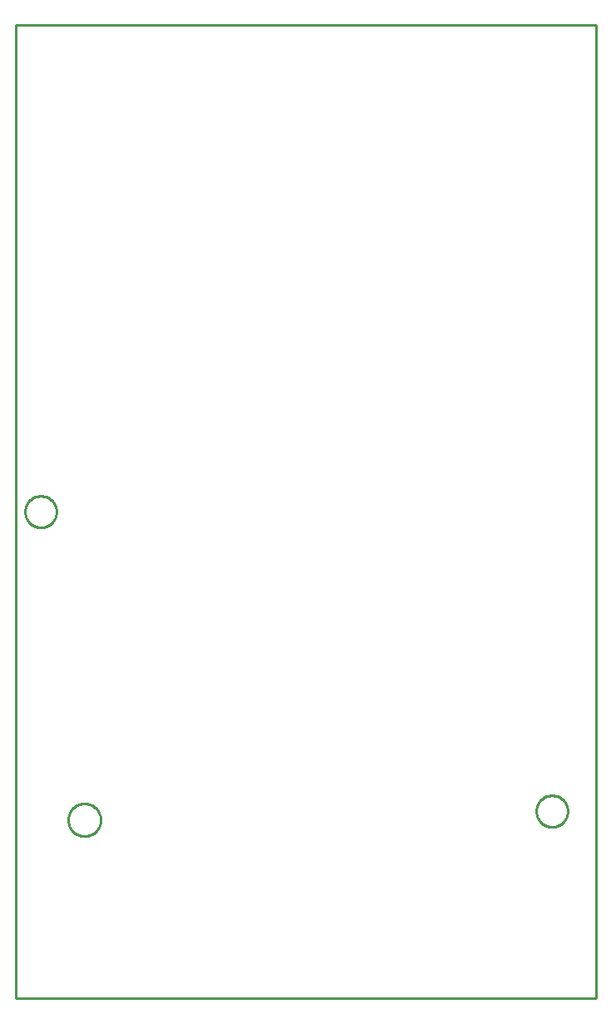
<source format=gbr>
G04 EAGLE Gerber RS-274X export*
G75*
%MOMM*%
%FSLAX34Y34*%
%LPD*%
%IN*%
%IPPOS*%
%AMOC8*
5,1,8,0,0,1.08239X$1,22.5*%
G01*
%ADD10C,0.254000*%


D10*
X0Y0D02*
X590550Y0D01*
X590550Y990600D01*
X0Y990500D01*
X0Y0D01*
X562102Y189976D02*
X562033Y188931D01*
X561897Y187892D01*
X561692Y186864D01*
X561421Y185852D01*
X561084Y184860D01*
X560683Y183892D01*
X560220Y182953D01*
X559696Y182045D01*
X559114Y181174D01*
X558476Y180343D01*
X557786Y179555D01*
X557045Y178814D01*
X556257Y178124D01*
X555426Y177486D01*
X554555Y176904D01*
X553647Y176380D01*
X552708Y175917D01*
X551740Y175516D01*
X550748Y175179D01*
X549736Y174908D01*
X548708Y174703D01*
X547669Y174567D01*
X546624Y174498D01*
X545576Y174498D01*
X544531Y174567D01*
X543492Y174703D01*
X542464Y174908D01*
X541452Y175179D01*
X540460Y175516D01*
X539492Y175917D01*
X538553Y176380D01*
X537645Y176904D01*
X536774Y177486D01*
X535943Y178124D01*
X535155Y178814D01*
X534414Y179555D01*
X533724Y180343D01*
X533086Y181174D01*
X532504Y182045D01*
X531980Y182953D01*
X531517Y183892D01*
X531116Y184860D01*
X530779Y185852D01*
X530508Y186864D01*
X530303Y187892D01*
X530167Y188931D01*
X530098Y189976D01*
X530098Y191024D01*
X530167Y192069D01*
X530303Y193108D01*
X530508Y194136D01*
X530779Y195148D01*
X531116Y196140D01*
X531517Y197108D01*
X531980Y198047D01*
X532504Y198955D01*
X533086Y199826D01*
X533724Y200657D01*
X534414Y201445D01*
X535155Y202186D01*
X535943Y202876D01*
X536774Y203514D01*
X537645Y204096D01*
X538553Y204620D01*
X539492Y205083D01*
X540460Y205484D01*
X541452Y205821D01*
X542464Y206092D01*
X543492Y206297D01*
X544531Y206433D01*
X545576Y206502D01*
X546624Y206502D01*
X547669Y206433D01*
X548708Y206297D01*
X549736Y206092D01*
X550748Y205821D01*
X551740Y205484D01*
X552708Y205083D01*
X553647Y204620D01*
X554555Y204096D01*
X555426Y203514D01*
X556257Y202876D01*
X557045Y202186D01*
X557786Y201445D01*
X558476Y200657D01*
X559114Y199826D01*
X559696Y198955D01*
X560220Y198047D01*
X560683Y197108D01*
X561084Y196140D01*
X561421Y195148D01*
X561692Y194136D01*
X561897Y193108D01*
X562033Y192069D01*
X562102Y191024D01*
X562102Y189976D01*
X41402Y494776D02*
X41333Y493731D01*
X41197Y492692D01*
X40992Y491664D01*
X40721Y490652D01*
X40384Y489660D01*
X39983Y488692D01*
X39520Y487753D01*
X38996Y486845D01*
X38414Y485974D01*
X37776Y485143D01*
X37086Y484355D01*
X36345Y483614D01*
X35557Y482924D01*
X34726Y482286D01*
X33855Y481704D01*
X32947Y481180D01*
X32008Y480717D01*
X31040Y480316D01*
X30048Y479979D01*
X29036Y479708D01*
X28008Y479503D01*
X26969Y479367D01*
X25924Y479298D01*
X24876Y479298D01*
X23831Y479367D01*
X22792Y479503D01*
X21764Y479708D01*
X20752Y479979D01*
X19760Y480316D01*
X18792Y480717D01*
X17853Y481180D01*
X16945Y481704D01*
X16074Y482286D01*
X15243Y482924D01*
X14455Y483614D01*
X13714Y484355D01*
X13024Y485143D01*
X12386Y485974D01*
X11804Y486845D01*
X11280Y487753D01*
X10817Y488692D01*
X10416Y489660D01*
X10079Y490652D01*
X9808Y491664D01*
X9603Y492692D01*
X9467Y493731D01*
X9398Y494776D01*
X9398Y495824D01*
X9467Y496869D01*
X9603Y497908D01*
X9808Y498936D01*
X10079Y499948D01*
X10416Y500940D01*
X10817Y501908D01*
X11280Y502847D01*
X11804Y503755D01*
X12386Y504626D01*
X13024Y505457D01*
X13714Y506245D01*
X14455Y506986D01*
X15243Y507676D01*
X16074Y508314D01*
X16945Y508896D01*
X17853Y509420D01*
X18792Y509883D01*
X19760Y510284D01*
X20752Y510621D01*
X21764Y510892D01*
X22792Y511097D01*
X23831Y511233D01*
X24876Y511302D01*
X25924Y511302D01*
X26969Y511233D01*
X28008Y511097D01*
X29036Y510892D01*
X30048Y510621D01*
X31040Y510284D01*
X32008Y509883D01*
X32947Y509420D01*
X33855Y508896D01*
X34726Y508314D01*
X35557Y507676D01*
X36345Y506986D01*
X37086Y506245D01*
X37776Y505457D01*
X38414Y504626D01*
X38996Y503755D01*
X39520Y502847D01*
X39983Y501908D01*
X40384Y500940D01*
X40721Y499948D01*
X40992Y498936D01*
X41197Y497908D01*
X41333Y496869D01*
X41402Y495824D01*
X41402Y494776D01*
X86360Y181070D02*
X86289Y179991D01*
X86148Y178919D01*
X85937Y177859D01*
X85658Y176815D01*
X85310Y175791D01*
X84896Y174793D01*
X84418Y173823D01*
X83878Y172887D01*
X83277Y171988D01*
X82619Y171131D01*
X81907Y170318D01*
X81142Y169554D01*
X80329Y168841D01*
X79472Y168183D01*
X78573Y167582D01*
X77637Y167042D01*
X76667Y166564D01*
X75669Y166150D01*
X74645Y165802D01*
X73601Y165523D01*
X72541Y165312D01*
X71469Y165171D01*
X70390Y165100D01*
X69310Y165100D01*
X68231Y165171D01*
X67159Y165312D01*
X66099Y165523D01*
X65055Y165802D01*
X64031Y166150D01*
X63033Y166564D01*
X62063Y167042D01*
X61127Y167582D01*
X60228Y168183D01*
X59371Y168841D01*
X58558Y169554D01*
X57794Y170318D01*
X57081Y171131D01*
X56423Y171988D01*
X55822Y172887D01*
X55282Y173823D01*
X54804Y174793D01*
X54390Y175791D01*
X54042Y176815D01*
X53763Y177859D01*
X53552Y178919D01*
X53411Y179991D01*
X53340Y181070D01*
X53340Y182150D01*
X53411Y183229D01*
X53552Y184301D01*
X53763Y185361D01*
X54042Y186405D01*
X54390Y187429D01*
X54804Y188427D01*
X55282Y189397D01*
X55822Y190333D01*
X56423Y191232D01*
X57081Y192089D01*
X57794Y192902D01*
X58558Y193667D01*
X59371Y194379D01*
X60228Y195037D01*
X61127Y195638D01*
X62063Y196178D01*
X63033Y196656D01*
X64031Y197070D01*
X65055Y197418D01*
X66099Y197697D01*
X67159Y197908D01*
X68231Y198049D01*
X69310Y198120D01*
X70390Y198120D01*
X71469Y198049D01*
X72541Y197908D01*
X73601Y197697D01*
X74645Y197418D01*
X75669Y197070D01*
X76667Y196656D01*
X77637Y196178D01*
X78573Y195638D01*
X79472Y195037D01*
X80329Y194379D01*
X81142Y193667D01*
X81907Y192902D01*
X82619Y192089D01*
X83277Y191232D01*
X83878Y190333D01*
X84418Y189397D01*
X84896Y188427D01*
X85310Y187429D01*
X85658Y186405D01*
X85937Y185361D01*
X86148Y184301D01*
X86289Y183229D01*
X86360Y182150D01*
X86360Y181070D01*
M02*

</source>
